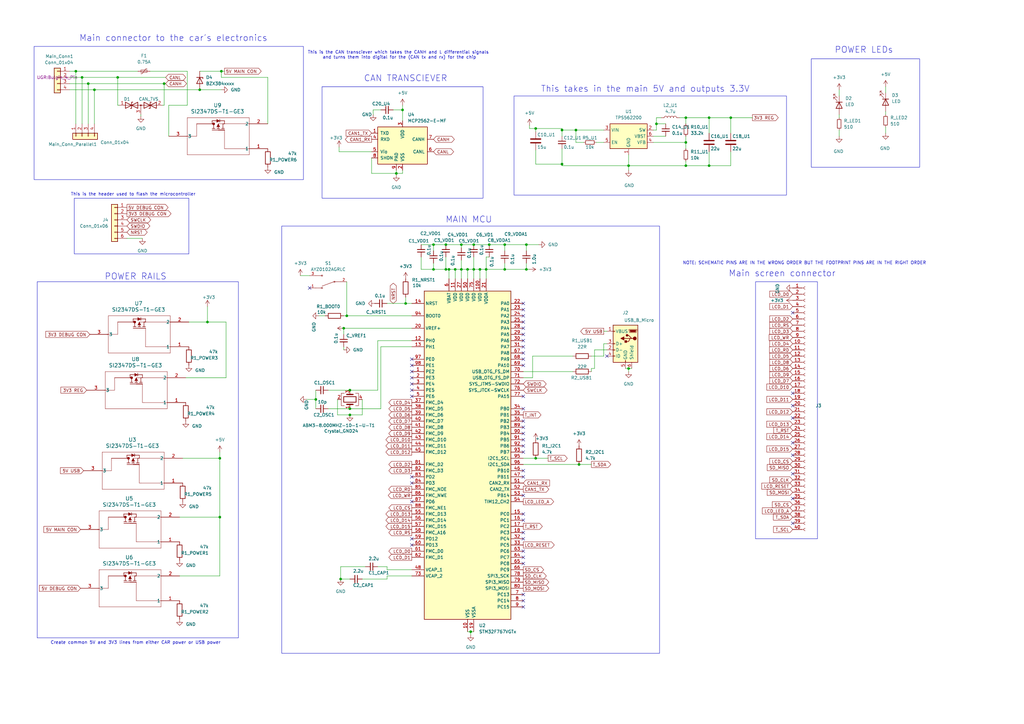
<source format=kicad_sch>
(kicad_sch (version 20250114) (generator "eeschema") (generator_version "9.0")
  (paper "A3")
  (rectangle (start 132.08 35.56) (end 198.12 81.28))
  (rectangle (start 332.74 24.13) (end 377.19 68.58))
  (rectangle (start 210.82 39.37) (end 322.58 80.01))
  (rectangle (start 115.57 92.71) (end 270.51 267.97))
  (rectangle (start 15.24 115.57) (end 97.79 261.62))
  (rectangle (start 309.88 115.57) (end 335.28 220.98))
  (rectangle (start 30.48 81.28) (end 77.47 104.14))
  (rectangle (start 13.97 19.05) (end 124.46 73.66))
  (text "POWER RAILS\n" (at 55.626 113.538 0) (effects (font (size 2.54 2.54))))
  (text "Create common 5V and 3V3 lines from either CAR power or USB power" (at 55.626 263.652 0) (effects (font (size 1.27 1.27))))
  (text "Main screen connector\n" (at 320.802 112.268 0) (effects (font (size 2.54 2.54))))
  (text "POWER LEDs\n" (at 354.33 20.574 0) (effects (font (size 2.54 2.54))))
  (text "MAIN MCU\n" (at 192.278 90.17 0) (effects (font (size 2.54 2.54))))
  (text "This takes in the main 5V and outputs 3.3V" (at 264.668 36.576 0) (effects (font (size 2.54 2.54))))
  (text "Main connector to the car's electronics" (at 71.12 15.748 0) (effects (font (size 2.54 2.54))))
  (text "CAN TRANSCIEVER\n" (at 166.37 32.258 0) (effects (font (size 2.54 2.54))))
  (text "This is the CAN transciever which takes the CANH and L differential signals \nand turns them into digital for the (CAN tx and rx) for the chip" (at 163.83 22.606 0) (effects (font (size 1.27 1.27))))
  (text "This is the header used to flash the microcontroller\n" (at 54.61 79.756 0) (effects (font (size 1.27 1.27))))
  (text "NOTE: SCHEMATIC PINS ARE IN THE WRONG ORDER BUT THE FOOTPRINT PINS ARE IN THE RIGHT ORDER\n" (at 329.946 107.95 0) (effects (font (size 1.27 1.27))))
  (junction (at 290.83 67.945))
  (junction (at 143.51 160.02))
  (junction (at 207.01 100.33))
  (junction (at 257.81 151.13))
  (junction (at 33.655 31.75))
  (junction (at 189.23 100.33))
  (junction (at 182.88 100.33))
  (junction (at 139.7 237.49))
  (junction (at 237.49 190.5))
  (junction (at 281.305 58.42))
  (junction (at 177.8 110.49))
  (junction (at 90.17 212.09))
  (junction (at 219.71 187.96))
  (junction (at 31.115 29.21))
  (junction (at 281.305 48.26))
  (junction (at 143.51 170.18))
  (junction (at 299.72 48.26))
  (junction (at 184.15 110.49))
  (junction (at 165.1 45.085))
  (junction (at 269.24 50.8))
  (junction (at 189.23 110.49))
  (junction (at 38.735 36.83))
  (junction (at 142.24 129.54))
  (junction (at 67.31 34.29))
  (junction (at 48.26 31.75))
  (junction (at 194.31 110.49))
  (junction (at 196.85 110.49))
  (junction (at 186.69 110.49))
  (junction (at 215.9 110.49))
  (junction (at 199.39 110.49))
  (junction (at 230.505 53.34))
  (junction (at 207.01 110.49))
  (junction (at 230.505 67.31))
  (junction (at 81.915 36.83))
  (junction (at 215.9 100.33))
  (junction (at 177.8 100.33))
  (junction (at 140.97 134.62))
  (junction (at 236.22 53.34))
  (junction (at 85.09 132.08))
  (junction (at 129.54 163.83))
  (junction (at 90.805 29.21))
  (junction (at 257.81 67.945))
  (junction (at 200.66 100.33))
  (junction (at 143.51 167.64))
  (junction (at 193.04 259.08))
  (junction (at 162.56 71.12))
  (junction (at 194.31 100.33))
  (junction (at 166.37 124.46))
  (junction (at 281.305 67.945))
  (junction (at 219.71 52.705))
  (junction (at 191.77 110.49))
  (junction (at 290.83 48.26))
  (junction (at 90.17 187.96))
  (junction (at 36.195 34.29))
  (junction (at 182.88 110.49))
  (no_connect (at 168.91 149.86))
  (no_connect (at 214.63 180.34))
  (no_connect (at 214.63 162.56))
  (no_connect (at 214.63 175.26))
  (no_connect (at 214.63 220.98))
  (no_connect (at 214.63 124.46))
  (no_connect (at 168.91 160.02))
  (no_connect (at 168.91 152.4))
  (no_connect (at 214.63 226.06))
  (no_connect (at 214.63 185.42))
  (no_connect (at 214.63 144.78))
  (no_connect (at 214.63 177.8))
  (no_connect (at 168.91 220.98))
  (no_connect (at 214.63 167.64))
  (no_connect (at 168.91 162.56))
  (no_connect (at 214.63 134.62))
  (no_connect (at 214.63 203.2))
  (no_connect (at 325.12 161.29))
  (no_connect (at 325.12 181.61))
  (no_connect (at 214.63 210.82))
  (no_connect (at 214.63 149.86))
  (no_connect (at 168.91 205.74))
  (no_connect (at 214.63 182.88))
  (no_connect (at 325.12 214.63))
  (no_connect (at 168.91 195.58))
  (no_connect (at 214.63 127))
  (no_connect (at 168.91 154.94))
  (no_connect (at 214.63 246.38))
  (no_connect (at 325.12 171.45))
  (no_connect (at 214.63 243.84))
  (no_connect (at 214.63 147.32))
  (no_connect (at 325.12 186.69))
  (no_connect (at 214.63 129.54))
  (no_connect (at 214.63 248.92))
  (no_connect (at 214.63 139.7))
  (no_connect (at 214.63 218.44))
  (no_connect (at 214.63 132.08))
  (no_connect (at 248.92 146.05))
  (no_connect (at 214.63 193.04))
  (no_connect (at 214.63 228.6))
  (no_connect (at 325.12 166.37))
  (no_connect (at 214.63 137.16))
  (no_connect (at 214.63 195.58))
  (no_connect (at 214.63 213.36))
  (no_connect (at 127 118.11))
  (no_connect (at 214.63 172.72))
  (no_connect (at 325.12 204.47))
  (no_connect (at 214.63 231.14))
  (no_connect (at 168.91 223.52))
  (no_connect (at 214.63 142.24))
  (no_connect (at 168.91 157.48))
  (no_connect (at 168.91 147.32))
  (no_connect (at 168.91 198.12))
  (no_connect (at 325.12 128.27))
  (no_connect (at 325.12 194.31))
  (wire (pts (xy 165.1 71.12) (xy 165.1 69.85)))
  (wire (pts (xy 218.44 154.94) (xy 214.63 154.94)))
  (wire (pts (xy 267.97 53.34) (xy 269.24 53.34)))
  (wire (pts (xy 290.83 54.61) (xy 290.83 48.26)))
  (wire (pts (xy 158.75 233.68) (xy 168.91 233.68)))
  (wire (pts (xy 166.37 121.92) (xy 166.37 124.46)))
  (wire (pts (xy 215.9 100.33) (xy 220.98 100.33)))
  (wire (pts (xy 200.66 100.33) (xy 207.01 100.33)))
  (wire (pts (xy 138.43 163.83) (xy 138.43 170.18)))
  (wire (pts (xy 189.23 100.33) (xy 194.31 100.33)))
  (wire (pts (xy 191.77 259.08) (xy 193.04 259.08)))
  (wire (pts (xy 199.39 110.49) (xy 196.85 110.49)))
  (wire (pts (xy 61.595 29.21) (xy 76.835 29.21)))
  (wire (pts (xy 217.17 51.435) (xy 217.17 52.705)))
  (wire (pts (xy 189.23 110.49) (xy 189.23 114.3)))
  (wire (pts (xy 215.9 107.95) (xy 215.9 110.49)))
  (wire (pts (xy 90.805 31.75) (xy 90.805 29.21)))
  (wire (pts (xy 219.71 187.96) (xy 224.79 187.96)))
  (wire (pts (xy 162.56 71.12) (xy 165.1 71.12)))
  (wire (pts (xy 158.75 236.22) (xy 168.91 236.22)))
  (wire (pts (xy 299.72 48.26) (xy 299.72 54.61)))
  (wire (pts (xy 154.94 160.02) (xy 154.94 139.7)))
  (wire (pts (xy 148.59 170.18) (xy 148.59 163.83)))
  (wire (pts (xy 219.71 52.705) (xy 230.505 52.705)))
  (wire (pts (xy 73.66 236.22) (xy 90.17 236.22)))
  (wire (pts (xy 194.31 100.33) (xy 200.66 100.33)))
  (wire (pts (xy 281.305 58.42) (xy 281.305 60.96)))
  (wire (pts (xy 152.4 71.12) (xy 162.56 71.12)))
  (wire (pts (xy 81.915 36.83) (xy 90.805 36.83)))
  (wire (pts (xy 290.83 48.26) (xy 299.72 48.26)))
  (wire (pts (xy 230.505 53.34) (xy 236.22 53.34)))
  (wire (pts (xy 36.195 34.29) (xy 36.195 50.8)))
  (wire (pts (xy 143.51 170.18) (xy 148.59 170.18)))
  (wire (pts (xy 184.15 110.49) (xy 182.88 110.49)))
  (wire (pts (xy 247.65 146.05) (xy 242.57 146.05)))
  (wire (pts (xy 214.63 190.5) (xy 237.49 190.5)))
  (wire (pts (xy 236.22 53.34) (xy 247.65 53.34)))
  (wire (pts (xy 73.66 212.09) (xy 90.17 212.09)))
  (wire (pts (xy 269.24 50.8) (xy 273.05 50.8)))
  (wire (pts (xy 184.15 110.49) (xy 184.15 114.3)))
  (wire (pts (xy 66.675 43.18) (xy 67.31 43.18)))
  (wire (pts (xy 230.505 53.34) (xy 230.505 55.88)))
  (wire (pts (xy 139.7 237.49) (xy 143.51 237.49)))
  (wire (pts (xy 156.21 142.24) (xy 168.91 142.24)))
  (wire (pts (xy 244.475 58.42) (xy 247.65 58.42)))
  (wire (pts (xy 165.1 43.18) (xy 165.1 45.085)))
  (wire (pts (xy 191.77 110.49) (xy 194.31 110.49)))
  (wire (pts (xy 257.81 152.4) (xy 257.81 151.13)))
  (wire (pts (xy 363.22 35.56) (xy 363.22 38.1)))
  (wire (pts (xy 166.37 124.46) (xy 168.91 124.46)))
  (wire (pts (xy 194.31 105.41) (xy 194.31 110.49)))
  (wire (pts (xy 269.24 50.8) (xy 269.24 53.34)))
  (wire (pts (xy 28.575 29.21) (xy 31.115 29.21)))
  (wire (pts (xy 172.72 105.41) (xy 172.72 110.49)))
  (wire (pts (xy 214.63 152.4) (xy 234.95 152.4)))
  (wire (pts (xy 182.88 100.33) (xy 189.23 100.33)))
  (wire (pts (xy 52.07 97.79) (xy 58.42 97.79)))
  (wire (pts (xy 186.69 110.49) (xy 186.69 114.3)))
  (wire (pts (xy 191.77 110.49) (xy 191.77 114.3)))
  (wire (pts (xy 186.69 110.49) (xy 189.23 110.49)))
  (wire (pts (xy 69.215 55.88) (xy 69.215 43.18)))
  (wire (pts (xy 242.57 151.13) (xy 242.57 152.4)))
  (wire (pts (xy 177.8 100.33) (xy 182.88 100.33)))
  (wire (pts (xy 189.23 106.68) (xy 189.23 110.49)))
  (wire (pts (xy 158.75 237.49) (xy 158.75 236.22)))
  (wire (pts (xy 290.83 67.945) (xy 299.72 67.945)))
  (wire (pts (xy 256.54 151.13) (xy 257.81 151.13)))
  (wire (pts (xy 154.94 232.41) (xy 158.75 232.41)))
  (wire (pts (xy 196.85 110.49) (xy 196.85 114.3)))
  (wire (pts (xy 281.305 55.88) (xy 281.305 58.42)))
  (wire (pts (xy 177.8 107.95) (xy 177.8 110.49)))
  (wire (pts (xy 281.305 67.945) (xy 290.83 67.945)))
  (wire (pts (xy 69.215 43.18) (xy 76.835 43.18)))
  (wire (pts (xy 278.765 48.26) (xy 281.305 48.26)))
  (wire (pts (xy 162.56 71.12) (xy 162.56 71.755)))
  (wire (pts (xy 257.81 67.945) (xy 281.305 67.945)))
  (wire (pts (xy 344.17 53.34) (xy 344.17 55.88)))
  (wire (pts (xy 344.17 48.26) (xy 344.17 46.99)))
  (wire (pts (xy 218.44 146.05) (xy 218.44 154.94)))
  (wire (pts (xy 85.09 125.73) (xy 85.09 132.08)))
  (wire (pts (xy 299.72 67.945) (xy 299.72 62.23)))
  (wire (pts (xy 162.56 69.85) (xy 162.56 71.12)))
  (wire (pts (xy 363.22 46.99) (xy 363.22 45.72)))
  (wire (pts (xy 48.26 31.75) (xy 48.26 43.18)))
  (wire (pts (xy 177.8 102.87) (xy 177.8 100.33)))
  (wire (pts (xy 156.21 167.64) (xy 156.21 142.24)))
  (wire (pts (xy 140.97 134.62) (xy 168.91 134.62)))
  (wire (pts (xy 207.01 102.87) (xy 207.01 100.33)))
  (wire (pts (xy 177.8 110.49) (xy 182.88 110.49)))
  (wire (pts (xy 123.19 113.03) (xy 127 113.03)))
  (wire (pts (xy 257.81 67.945) (xy 257.81 69.85)))
  (wire (pts (xy 243.84 151.13) (xy 242.57 151.13)))
  (wire (pts (xy 194.31 110.49) (xy 194.31 114.3)))
  (wire (pts (xy 158.75 232.41) (xy 158.75 233.68)))
  (wire (pts (xy 140.97 137.16) (xy 140.97 134.62)))
  (wire (pts (xy 28.575 31.75) (xy 33.655 31.75)))
  (wire (pts (xy 142.24 115.57) (xy 142.24 129.54)))
  (wire (pts (xy 153.035 45.085) (xy 156.21 45.085)))
  (wire (pts (xy 161.29 45.085) (xy 165.1 45.085)))
  (wire (pts (xy 140.97 142.24) (xy 140.97 143.51)))
  (wire (pts (xy 257.81 151.13) (xy 259.08 151.13)))
  (wire (pts (xy 81.915 29.21) (xy 90.805 29.21)))
  (wire (pts (xy 247.65 135.89) (xy 248.92 135.89)))
  (wire (pts (xy 269.24 50.8) (xy 269.24 48.26)))
  (wire (pts (xy 243.84 151.13) (xy 243.84 143.51)))
  (wire (pts (xy 57.785 46.99) (xy 57.785 47.625)))
  (wire (pts (xy 28.575 36.83) (xy 38.735 36.83)))
  (wire (pts (xy 143.51 160.02) (xy 154.94 160.02)))
  (wire (pts (xy 219.71 67.31) (xy 230.505 67.31)))
  (wire (pts (xy 247.65 140.97) (xy 247.65 146.05)))
  (wire (pts (xy 149.86 232.41) (xy 139.7 232.41)))
  (wire (pts (xy 90.805 29.21) (xy 92.075 29.21)))
  (wire (pts (xy 308.61 48.26) (xy 299.72 48.26)))
  (wire (pts (xy 153.035 46.99) (xy 153.035 45.085)))
  (wire (pts (xy 193.04 259.08) (xy 193.04 260.35)))
  (wire (pts (xy 219.71 52.705) (xy 219.71 53.975)))
  (wire (pts (xy 230.505 60.96) (xy 230.505 67.31)))
  (wire (pts (xy 139.065 62.23) (xy 152.4 62.23)))
  (wire (pts (xy 31.115 29.21) (xy 31.115 50.8)))
  (wire (pts (xy 230.505 52.705) (xy 230.505 53.34)))
  (wire (pts (xy 281.305 66.04) (xy 281.305 67.945)))
  (wire (pts (xy 290.83 62.23) (xy 290.83 67.945)))
  (wire (pts (xy 230.505 67.945) (xy 257.81 67.945)))
  (wire (pts (xy 172.72 100.33) (xy 177.8 100.33)))
  (wire (pts (xy 67.31 43.18) (xy 67.31 34.29)))
  (wire (pts (xy 207.01 110.49) (xy 215.9 110.49)))
  (wire (pts (xy 139.065 60.325) (xy 139.065 62.23)))
  (wire (pts (xy 31.115 29.21) (xy 56.515 29.21)))
  (wire (pts (xy 177.8 110.49) (xy 172.72 110.49)))
  (wire (pts (xy 129.54 160.02) (xy 129.54 163.83)))
  (wire (pts (xy 140.97 129.54) (xy 142.24 129.54)))
  (wire (pts (xy 237.49 190.5) (xy 242.57 190.5)))
  (wire (pts (xy 267.97 55.88) (xy 273.05 55.88)))
  (wire (pts (xy 143.51 167.64) (xy 156.21 167.64)))
  (wire (pts (xy 90.17 187.96) (xy 90.17 212.09)))
  (wire (pts (xy 67.945 34.29) (xy 67.31 34.29)))
  (wire (pts (xy 134.62 160.02) (xy 143.51 160.02)))
  (wire (pts (xy 142.24 129.54) (xy 168.91 129.54)))
  (wire (pts (xy 48.895 43.18) (xy 48.26 43.18)))
  (wire (pts (xy 92.71 132.08) (xy 92.71 154.94)))
  (wire (pts (xy 215.9 110.49) (xy 217.17 110.49)))
  (wire (pts (xy 230.505 67.31) (xy 230.505 67.945)))
  (wire (pts (xy 344.17 36.83) (xy 344.17 39.37)))
  (wire (pts (xy 269.24 48.26) (xy 271.145 48.26)))
  (wire (pts (xy 92.71 154.94) (xy 76.2 154.94)))
  (wire (pts (xy 138.43 170.18) (xy 143.51 170.18)))
  (wire (pts (xy 239.395 58.42) (xy 236.22 58.42)))
  (wire (pts (xy 199.39 105.41) (xy 199.39 110.49)))
  (wire (pts (xy 152.4 64.77) (xy 152.4 71.12)))
  (wire (pts (xy 33.655 31.75) (xy 48.26 31.75)))
  (wire (pts (xy 243.84 143.51) (xy 248.92 143.51)))
  (wire (pts (xy 207.01 107.95) (xy 207.01 110.49)))
  (wire (pts (xy 158.75 124.46) (xy 166.37 124.46)))
  (wire (pts (xy 215.9 102.87) (xy 215.9 100.33)))
  (wire (pts (xy 182.88 105.41) (xy 182.88 110.49)))
  (wire (pts (xy 199.39 110.49) (xy 207.01 110.49)))
  (wire (pts (xy 139.7 232.41) (xy 139.7 237.49)))
  (wire (pts (xy 90.17 212.09) (xy 90.17 236.22)))
  (wire (pts (xy 90.17 185.42) (xy 90.17 187.96)))
  (wire (pts (xy 217.17 52.705) (xy 219.71 52.705)))
  (wire (pts (xy 154.94 139.7) (xy 168.91 139.7)))
  (wire (pts (xy 38.735 50.8) (xy 38.735 36.83)))
  (wire (pts (xy 109.855 31.75) (xy 90.805 31.75)))
  (wire (pts (xy 199.39 110.49) (xy 199.39 114.3)))
  (wire (pts (xy 281.305 48.26) (xy 281.305 50.8)))
  (wire (pts (xy 257.81 63.5) (xy 257.81 67.945)))
  (wire (pts (xy 67.945 31.75) (xy 48.26 31.75)))
  (wire (pts (xy 134.62 167.64) (xy 143.51 167.64)))
  (wire (pts (xy 189.23 110.49) (xy 191.77 110.49)))
  (wire (pts (xy 109.855 50.8) (xy 109.855 31.75)))
  (wire (pts (xy 74.93 187.96) (xy 90.17 187.96)))
  (wire (pts (xy 234.95 146.05) (xy 218.44 146.05)))
  (wire (pts (xy 207.01 100.33) (xy 215.9 100.33)))
  (wire (pts (xy 165.1 45.085) (xy 165.1 49.53)))
  (wire (pts (xy 193.04 259.08) (xy 194.31 259.08)))
  (wire (pts (xy 290.83 48.26) (xy 281.305 48.26)))
  (wire (pts (xy 189.23 101.6) (xy 189.23 100.33)))
  (wire (pts (xy 236.22 58.42) (xy 236.22 53.34)))
  (wire (pts (xy 194.31 110.49) (xy 196.85 110.49)))
  (wire (pts (xy 247.65 140.97) (xy 248.92 140.97)))
  (wire (pts (xy 125.73 163.83) (xy 129.54 163.83)))
  (wire (pts (xy 38.735 36.83) (xy 81.915 36.83)))
  (wire (pts (xy 92.71 132.08) (xy 85.09 132.08)))
  (wire (pts (xy 214.63 187.96) (xy 219.71 187.96)))
  (wire (pts (xy 184.15 110.49) (xy 186.69 110.49)))
  (wire (pts (xy 33.655 31.75) (xy 33.655 50.8)))
  (wire (pts (xy 219.71 61.595) (xy 219.71 67.31)))
  (wire (pts (xy 28.575 34.29) (xy 36.195 34.29)))
  (wire (pts (xy 130.81 129.54) (xy 133.35 129.54)))
  (wire (pts (xy 76.835 43.18) (xy 76.835 29.21)))
  (wire (pts (xy 36.195 34.29) (xy 67.31 34.29)))
  (wire (pts (xy 129.54 163.83) (xy 129.54 167.64)))
  (wire (pts (xy 363.22 52.07) (xy 363.22 54.61)))
  (wire (pts (xy 77.47 132.08) (xy 85.09 132.08)))
  (wire (pts (xy 267.97 58.42) (xy 281.305 58.42)))
  (wire (pts (xy 200.66 105.41) (xy 199.39 105.41)))
  (wire (pts (xy 148.59 237.49) (xy 158.75 237.49)))
  (global_label "LCD_CS" (shape input) (at 325.12 189.23 180) (property "Intersheetrefs" "${INTERSHEET_REFS}" (effects (hide yes))))
  (global_label "T_INT" (shape output) (at 214.63 170.18 0) (property "Intersheetrefs" "${INTERSHEET_REFS}" (effects (hide yes))))
  (global_label "SD_MOSI" (shape input) (at 325.12 201.93 180) (property "Intersheetrefs" "${INTERSHEET_REFS}" (effects (hide yes))))
  (global_label "CAN1_TX" (shape output) (at 214.63 200.66 0) (property "Intersheetrefs" "${INTERSHEET_REFS}" (effects (hide yes))))
  (global_label "LCD_D12" (shape input) (at 325.12 168.91 180) (property "Intersheetrefs" "${INTERSHEET_REFS}" (effects (hide yes))))
  (global_label "LCD_D9" (shape output) (at 168.91 177.8 180) (property "Intersheetrefs" "${INTERSHEET_REFS}" (effects (hide yes))))
  (global_label "LCD_D13" (shape input) (at 325.12 173.99 180) (property "Intersheetrefs" "${INTERSHEET_REFS}" (effects (hide yes))))
  (global_label "LCD_D7" (shape input) (at 325.12 156.21 180) (property "Intersheetrefs" "${INTERSHEET_REFS}" (effects (hide yes))))
  (global_label "LCD_RS" (shape input) (at 325.12 133.35 180) (property "Intersheetrefs" "${INTERSHEET_REFS}" (effects (hide yes))))
  (global_label "LCD_D15" (shape output) (at 168.91 215.9 180) (property "Intersheetrefs" "${INTERSHEET_REFS}" (effects (hide yes))))
  (global_label "T_RST" (shape output) (at 214.63 215.9 0) (property "Intersheetrefs" "${INTERSHEET_REFS}" (effects (hide yes))))
  (global_label "LCD_D4" (shape output) (at 168.91 165.1 180) (property "Intersheetrefs" "${INTERSHEET_REFS}" (effects (hide yes))))
  (global_label "5V DEBUG CON" (shape output) (at 52.07 85.09 0) (property "Intersheetrefs" "${INTERSHEET_REFS}" (effects (hide yes))))
  (global_label "SD_CS" (shape output) (at 214.63 233.68 0) (property "Intersheetrefs" "${INTERSHEET_REFS}" (effects (hide yes))))
  (global_label "LCD_D12" (shape output) (at 168.91 185.42 180) (property "Intersheetrefs" "${INTERSHEET_REFS}" (effects (hide yes))))
  (global_label "LCD_D6" (shape output) (at 168.91 170.18 180) (property "Intersheetrefs" "${INTERSHEET_REFS}" (effects (hide yes))))
  (global_label "SD_CLK" (shape output) (at 214.63 236.22 0) (property "Intersheetrefs" "${INTERSHEET_REFS}" (effects (hide yes))))
  (global_label "T_RST" (shape input) (at 325.12 176.53 180) (property "Intersheetrefs" "${INTERSHEET_REFS}" (effects (hide yes))))
  (global_label "LCD_D13" (shape output) (at 168.91 210.82 180) (property "Intersheetrefs" "${INTERSHEET_REFS}" (effects (hide yes))))
  (global_label "LCD_D0" (shape input) (at 325.12 120.65 180) (property "Intersheetrefs" "${INTERSHEET_REFS}" (effects (hide yes))))
  (global_label "SD_MOSI" (shape output) (at 214.63 241.3 0) (property "Intersheetrefs" "${INTERSHEET_REFS}" (effects (hide yes))))
  (global_label "LCD_RD" (shape output) (at 168.91 200.66 180) (property "Intersheetrefs" "${INTERSHEET_REFS}" (effects (hide yes))))
  (global_label "LCD_RESET" (shape output) (at 214.63 223.52 0) (property "Intersheetrefs" "${INTERSHEET_REFS}" (effects (hide yes))))
  (global_label "SWDIO" (shape bidirectional) (at 52.07 92.71 0) (property "Intersheetrefs" "${INTERSHEET_REFS}" (effects (hide yes))))
  (global_label "LCD_D9" (shape input) (at 325.12 153.67 180) (property "Intersheetrefs" "${INTERSHEET_REFS}" (effects (hide yes))))
  (global_label "5V USB" (shape output) (at 247.65 135.89 180) (property "Intersheetrefs" "${INTERSHEET_REFS}" (effects (hide yes))))
  (global_label "LCD_LED_A" (shape output) (at 214.63 205.74 0) (property "Intersheetrefs" "${INTERSHEET_REFS}" (effects (hide yes))))
  (global_label "LCD_D8" (shape input) (at 325.12 148.59 180) (property "Intersheetrefs" "${INTERSHEET_REFS}" (effects (hide yes))))
  (global_label "T_SDA" (shape output) (at 242.57 190.5 0) (property "Intersheetrefs" "${INTERSHEET_REFS}" (effects (hide yes))))
  (global_label "LCD_D5" (shape output) (at 168.91 167.64 180) (property "Intersheetrefs" "${INTERSHEET_REFS}" (effects (hide yes))))
  (global_label "LCD_D14" (shape output) (at 168.91 213.36 180) (property "Intersheetrefs" "${INTERSHEET_REFS}" (effects (hide yes))))
  (global_label "5V DEBUG CON" (shape input) (at 33.02 241.3 180) (property "Intersheetrefs" "${INTERSHEET_REFS}" (effects (hide yes))))
  (global_label "LCD_LED_A" (shape input) (at 325.12 209.55 180) (property "Intersheetrefs" "${INTERSHEET_REFS}" (effects (hide yes))))
  (global_label "3V3 REG" (shape input) (at 35.56 160.02 180) (property "Intersheetrefs" "${INTERSHEET_REFS}" (effects (hide yes))))
  (global_label "5V MAIN CON" (shape output) (at 92.075 29.21 0) (property "Intersheetrefs" "${INTERSHEET_REFS}" (effects (hide yes))))
  (global_label "LCD_D2" (shape output) (at 168.91 190.5 180) (property "Intersheetrefs" "${INTERSHEET_REFS}" (effects (hide yes))))
  (global_label "CANH" (shape bidirectional) (at 177.8 57.15 0) (property "Intersheetrefs" "${INTERSHEET_REFS}" (effects (hide yes))))
  (global_label "CANH" (shape bidirectional) (at 67.945 34.29 0) (property "Intersheetrefs" "${INTERSHEET_REFS}" (effects (hide yes))))
  (global_label "LCD_D5" (shape input) (at 325.12 146.05 180) (property "Intersheetrefs" "${INTERSHEET_REFS}" (effects (hide yes))))
  (global_label "SD_MISO" (shape input) (at 325.12 191.77 180) (property "Intersheetrefs" "${INTERSHEET_REFS}" (effects (hide yes))))
  (global_label "SD_MISO" (shape output) (at 214.63 238.76 0) (property "Intersheetrefs" "${INTERSHEET_REFS}" (effects (hide yes))))
  (global_label "LCD_D2" (shape input) (at 325.12 130.81 180) (property "Intersheetrefs" "${INTERSHEET_REFS}" (effects (hide yes))))
  (global_label "3V3 DEBUG CON" (shape input) (at 36.83 137.16 180) (property "Intersheetrefs" "${INTERSHEET_REFS}" (effects (hide yes))))
  (global_label "SWDIO" (shape bidirectional) (at 214.63 157.48 0) (property "Intersheetrefs" "${INTERSHEET_REFS}" (effects (hide yes))))
  (global_label "3V3 REG" (shape output) (at 308.61 48.26 0) (property "Intersheetrefs" "${INTERSHEET_REFS}" (effects (hide yes))))
  (global_label "NRST" (shape bidirectional) (at 52.07 95.25 0) (property "Intersheetrefs" "${INTERSHEET_REFS}" (effects (hide yes))))
  (global_label "SD_CLK" (shape input) (at 325.12 196.85 180) (property "Intersheetrefs" "${INTERSHEET_REFS}" (effects (hide yes))))
  (global_label "CAN1_RX" (shape output) (at 152.4 57.15 180) (property "Intersheetrefs" "${INTERSHEET_REFS}" (effects (hide yes))))
  (global_label "SD_CS" (shape input) (at 325.12 207.01 180) (property "Intersheetrefs" "${INTERSHEET_REFS}" (effects (hide yes))))
  (global_label "LCD_D11" (shape output) (at 168.91 182.88 180) (property "Intersheetrefs" "${INTERSHEET_REFS}" (effects (hide yes))))
  (global_label "LCD_D8" (shape output) (at 168.91 175.26 180) (property "Intersheetrefs" "${INTERSHEET_REFS}" (effects (hide yes))))
  (global_label "LCD_D10" (shape output) (at 168.91 180.34 180) (property "Intersheetrefs" "${INTERSHEET_REFS}" (effects (hide yes))))
  (global_label "LCD_CS" (shape output) (at 168.91 208.28 180) (property "Intersheetrefs" "${INTERSHEET_REFS}" (effects (hide yes))))
  (global_label "NRST" (shape bidirectional) (at 161.29 124.46 90) (property "Intersheetrefs" "${INTERSHEET_REFS}" (effects (hide yes))))
  (global_label "T_SCL" (shape input) (at 325.12 217.17 180) (property "Intersheetrefs" "${INTERSHEET_REFS}" (effects (hide yes))))
  (global_label "LCD_D11" (shape input) (at 325.12 163.83 180) (property "Intersheetrefs" "${INTERSHEET_REFS}" (effects (hide yes))))
  (global_label "LCD_D3" (shape output) (at 168.91 193.04 180) (property "Intersheetrefs" "${INTERSHEET_REFS}" (effects (hide yes))))
  (global_label "LCD_D10" (shape input) (at 325.12 158.75 180) (property "Intersheetrefs" "${INTERSHEET_REFS}" (effects (hide yes))))
  (global_label "LCD_D6" (shape input) (at 325.12 151.13 180) (property "Intersheetrefs" "${INTERSHEET_REFS}" (effects (hide yes))))
  (global_label "5V USB" (shape input) (at 34.29 193.04 180) (property "Intersheetrefs" "${INTERSHEET_REFS}" (effects (hide yes))))
  (global_label "LCD_D1" (shape output) (at 168.91 228.6 180) (property "Intersheetrefs" "${INTERSHEET_REFS}" (effects (hide yes))))
  (global_label "LCD_RS" (shape output) (at 168.91 218.44 180) (property "Intersheetrefs" "${INTERSHEET_REFS}" (effects (hide yes))))
  (global_label "LCD_RD" (shape input) (at 325.12 143.51 180) (property "Intersheetrefs" "${INTERSHEET_REFS}" (effects (hide yes))))
  (global_label "LCD_D0" (shape output) (at 168.91 226.06 180) (property "Intersheetrefs" "${INTERSHEET_REFS}" (effects (hide yes))))
  (global_label "CAN1_TX" (shape input) (at 152.4 54.61 180) (property "Intersheetrefs" "${INTERSHEET_REFS}" (effects (hide yes))))
  (global_label "SWCLK" (shape bidirectional) (at 52.07 90.17 0) (property "Intersheetrefs" "${INTERSHEET_REFS}" (effects (hide yes))))
  (global_label "LCD_D7" (shape output) (at 168.91 172.72 180) (property "Intersheetrefs" "${INTERSHEET_REFS}" (effects (hide yes))))
  (global_label "LCD_D3" (shape input) (at 325.12 135.89 180) (property "Intersheetrefs" "${INTERSHEET_REFS}" (effects (hide yes))))
  (global_label "CANL" (shape bidirectional) (at 67.945 31.75 0) (property "Intersheetrefs" "${INTERSHEET_REFS}" (effects (hide yes))))
  (global_label "SWCLK" (shape bidirectional) (at 214.63 160.02 0) (property "Intersheetrefs" "${INTERSHEET_REFS}" (effects (hide yes))))
  (global_label "CAN1_RX" (shape input) (at 214.63 198.12 0) (property "Intersheetrefs" "${INTERSHEET_REFS}" (effects (hide yes))))
  (global_label "LCD_D4" (shape input) (at 325.12 140.97 180) (property "Intersheetrefs" "${INTERSHEET_REFS}" (effects (hide yes))))
  (global_label "CANL" (shape bidirectional) (at 177.8 62.23 0) (property "Intersheetrefs" "${INTERSHEET_REFS}" (effects (hide yes))))
  (global_label "3V3 DEBUG CON" (shape output) (at 52.07 87.63 0) (property "Intersheetrefs" "${INTERSHEET_REFS}" (effects (hide yes))))
  (global_label "5V MAIN CON" (shape input) (at 33.02 217.17 180) (property "Intersheetrefs" "${INTERSHEET_REFS}" (effects (hide yes))))
  (global_label "LCD_D14" (shape input) (at 325.12 179.07 180) (property "Intersheetrefs" "${INTERSHEET_REFS}" (effects (hide yes))))
  (global_label "LCD_WR" (shape output) (at 168.91 203.2 180) (property "Intersheetrefs" "${INTERSHEET_REFS}" (effects (hide yes))))
  (global_label "LCD_D15" (shape input) (at 325.12 184.15 180) (property "Intersheetrefs" "${INTERSHEET_REFS}" (effects (hide yes))))
  (global_label "T_SDA" (shape input) (at 325.12 212.09 180) (property "Intersheetrefs" "${INTERSHEET_REFS}" (effects (hide yes))))
  (global_label "LCD_WR" (shape input) (at 325.12 138.43 180) (property "Intersheetrefs" "${INTERSHEET_REFS}" (effects (hide yes))))
  (global_label "LCD_D1" (shape input) (at 325.12 125.73 180) (property "Intersheetrefs" "${INTERSHEET_REFS}" (effects (hide yes))))
  (global_label "LCD_RESET" (shape input) (at 325.12 199.39 180) (property "Intersheetrefs" "${INTERSHEET_REFS}" (effects (hide yes))))
  (global_label "T_SCL" (shape output) (at 224.79 187.96 0) (property "Intersheetrefs" "${INTERSHEET_REFS}" (effects (hide yes))))
  (symbol (lib_id "Device:R_Small") (at 363.22 49.53 0) (unit 1)
    (property "Reference" "R_LED2" (at 365.125 48.26 0) (effects (justify left)))
    (property "Value" "510" (at 365.125 50.8 0) (effects (justify left)))
    (property "Footprint" "Resistor_SMD:R_0603_1608Metric_Pad0.98x0.95mm_HandSolder" (effects (hide yes)))
  )
  (symbol (lib_id "power:+3.3V") (at 123.19 113.03 0) (unit 1)
    (property "Reference" "#PWR06" (effects (hide yes)))
    (property "Value" "+3V3" (at 123.19 107.95 0))
  )
  (symbol (lib_id "power:GND") (at 193.04 260.35 0) (unit 1)
    (property "Reference" "#PWR021" (effects (hide yes)))
    (property "Value" "GND" (at 193.04 265.43 0))
  )
  (symbol (lib_id "power:GND") (at 76.2 172.72 0) (unit 1)
    (property "Reference" "#PWR017" (effects (hide yes)))
    (property "Value" "GND" (at 78.74 174.752 0) (effects (justify left)))
    (property "Description" "Power symbol creates a global label with name \"GND\" , ground" (effects (hide yes)))
  )
  (symbol (lib_id "Device:Crystal_GND24") (at 143.51 163.83 90) (unit 1)
    (property "Reference" "ABM3-8.000MHZ-10-1-U-T1" (at 138.938 174.498 90))
    (property "Value" "Crystal_GND24" (at 139.954 176.784 90))
    (property "Footprint" "Crystal:Crystal_SMD_Abracon_ABM3B-4Pin_5.0x3.2mm" (effects (hide yes)))
    (property "Datasheet" "https://www.mouser.co.uk/datasheet/2/3/abm3b-1774998.pdf" (effects (hide yes)))
    (property "Description" "Four pin crystal, GND on pins 2 and 4" (effects (hide yes)))
  )
  (symbol (lib_id "power:+3.3V") (at 140.97 134.62 90) (unit 1)
    (property "Reference" "#PWR010" (effects (hide yes)))
    (property "Value" "+3V3" (effects (hide yes)))
  )
  (symbol (lib_id "Device:R") (at 74.93 201.93 0) (unit 1)
    (property "Reference" "R1_POWER5" (at 86.868 202.692 0) (effects (justify right)))
    (property "Value" "47k" (at 86.868 200.152 0) (effects (justify right)))
    (property "Footprint" "Resistor_SMD:R_0603_1608Metric_Pad0.98x0.95mm_HandSolder" (effects (hide yes)))
    (property "Description" "Resistor" (effects (hide yes)))
  )
  (symbol (lib_id "power:GND") (at 153.035 46.99 0) (unit 1)
    (property "Reference" "#PWR018" (effects (hide yes)))
    (property "Value" "GND" (at 150.495 46.99 0))
  )
  (symbol (lib_id "Device:R") (at 77.47 146.05 0) (unit 1)
    (property "Reference" "R1_POWER3" (at 89.408 146.812 0) (effects (justify right)))
    (property "Value" "47k" (at 89.408 144.272 0) (effects (justify right)))
    (property "Footprint" "Resistor_SMD:R_0603_1608Metric_Pad0.98x0.95mm_HandSolder" (effects (hide yes)))
    (property "Description" "Resistor" (effects (hide yes)))
  )
  (symbol (lib_id "Device:C_Small") (at 158.75 45.085 90) (unit 1)
    (property "Reference" "C20_U4" (at 160.02 42.545 90) (effects (justify left)))
    (property "Value" "0.1u" (at 161.29 48.26 90) (effects (justify left)))
    (property "Footprint" "Capacitor_SMD:C_0603_1608Metric_Pad1.08x0.95mm_HandSolder" (effects (hide yes)))
  )
  (symbol (lib_id "power:+5V") (at 363.22 35.56 0) (unit 1)
    (property "Reference" "#PWR037" (effects (hide yes)))
    (property "Value" "+5V" (at 363.22 30.48 0))
  )
  (symbol (lib_id "Device:R") (at 73.66 250.19 0) (unit 1)
    (property "Reference" "R1_POWER2" (at 85.598 250.952 0) (effects (justify right)))
    (property "Value" "47k" (at 85.598 248.412 0) (effects (justify right)))
    (property "Footprint" "Resistor_SMD:R_0603_1608Metric_Pad0.98x0.95mm_HandSolder" (effects (hide yes)))
    (property "Description" "Resistor" (effects (hide yes)))
  )
  (symbol (lib_id "Device:C_Small") (at 273.05 53.34 0) (unit 1)
    (property "Reference" "C14_U1" (at 275.59 52.0762 0) (effects (justify left)))
    (property "Value" "0.1u" (at 275.59 54.6162 0) (effects (justify left)))
    (property "Footprint" "Capacitor_SMD:C_0603_1608Metric_Pad1.08x0.95mm_HandSolder" (effects (hide yes)))
  )
  (symbol (lib_id "Device:R") (at 237.49 186.69 0) (unit 1)
    (property "Reference" "R2_I2C1" (at 240.03 185.4199 0) (effects (justify left)))
    (property "Value" "4.7k" (at 240.03 187.9599 0) (effects (justify left)))
    (property "Footprint" "Resistor_SMD:R_0603_1608Metric_Pad0.98x0.95mm_HandSolder" (effects (hide yes)))
    (property "Description" "Resistor" (effects (hide yes)))
  )
  (symbol (lib_id "Device:R") (at 109.855 64.77 0) (unit 1)
    (property "Reference" "R1_POWER6" (at 121.793 65.532 0) (effects (justify right)))
    (property "Value" "47k" (at 121.793 62.992 0) (effects (justify right)))
    (property "Footprint" "Resistor_SMD:R_0603_1608Metric_Pad0.98x0.95mm_HandSolder" (effects (hide yes)))
    (property "Description" "Resistor" (effects (hide yes)))
  )
  (symbol (lib_id "power:+3.3V") (at 139.065 60.325 0) (unit 1)
    (property "Reference" "#PWR013" (effects (hide yes)))
    (property "Value" "+3V3" (at 137.795 56.515 0))
  )
  (symbol (lib_id "power:GND") (at 130.81 129.54 270) (unit 1)
    (property "Reference" "#PWR032" (effects (hide yes)))
    (property "Value" "GND" (at 128.778 132.08 0) (effects (justify left)))
    (property "Description" "Power symbol creates a global label with name \"GND\" , ground" (effects (hide yes)))
  )
  (symbol (lib_id "Device:C") (at 299.72 58.42 0) (unit 1)
    (property "Reference" "C18_U1" (at 300.355 55.88 0) (effects (justify left)))
    (property "Value" "22u" (at 300.355 60.96 0) (effects (justify left)))
    (property "Footprint" "Capacitor_SMD:C_1210_3225Metric_Pad1.33x2.70mm_HandSolder" (effects (hide yes)))
  )
  (symbol (lib_id "Device:C_Small") (at 172.72 102.87 180) (unit 1)
    (property "Reference" "C1_VDD1" (at 176.022 98.806 0) (effects (justify left)))
    (property "Value" "0.1u" (at 175.895 100.33 90) (effects (justify left)))
    (property "Footprint" "Capacitor_SMD:C_0603_1608Metric_Pad1.08x0.95mm_HandSolder" (effects (hide yes)))
  )
  (symbol (lib_id "power:+3.3V") (at 325.12 123.19 90) (unit 1)
    (property "Reference" "#PWR035" (effects (hide yes)))
    (property "Value" "+3V3" (at 321.31 123.1899 90) (effects (justify left)))
  )
  (symbol (lib_id "power:GND") (at 257.81 69.85 0) (unit 1)
    (property "Reference" "#PWR029" (effects (hide yes)))
    (property "Value" "GND" (at 258.064 76.073 0))
  )
  (symbol (lib_id "Device:R_Small") (at 241.935 58.42 90) (unit 1)
    (property "Reference" "R5_U1" (at 241.935 56.515 90))
    (property "Value" "10k" (at 241.935 60.325 90))
    (property "Footprint" "Resistor_SMD:R_0603_1608Metric_Pad0.98x0.95mm_HandSolder" (effects (hide yes)))
  )
  (symbol (lib_id "power:GND") (at 162.56 71.755 0) (unit 1)
    (property "Reference" "#PWR019" (effects (hide yes)))
    (property "Value" "GND" (at 162.56 76.835 0))
  )
  (symbol (lib_id "Device:C_Small") (at 152.4 232.41 270) (unit 1)
    (property "Reference" "C1_CAP1" (at 151.13 234.95 90) (effects (justify left)))
    (property "Value" "2.2u" (at 151.13 229.108 90) (effects (justify left)))
    (property "Footprint" "Capacitor_SMD:C_0603_1608Metric_Pad1.08x0.95mm_HandSolder" (effects (hide yes)))
  )
  (symbol (lib_id "power:GND") (at 77.47 149.86 0) (unit 1)
    (property "Reference" "#PWR015" (effects (hide yes)))
    (property "Value" "GND" (at 80.01 151.892 0) (effects (justify left)))
    (property "Description" "Power symbol creates a global label with name \"GND\" , ground" (effects (hide yes)))
  )
  (symbol (lib_id "power:GND") (at 73.66 254 0) (unit 1)
    (property "Reference" "#PWR014" (effects (hide yes)))
    (property "Value" "GND" (at 76.2 256.032 0) (effects (justify left)))
    (property "Description" "Power symbol creates a global label with name \"GND\" , ground" (effects (hide yes)))
  )
  (symbol (lib_id "SI2347DS-T1-GE3:SI2347DS-T1-GE3") (at 73.66 246.38 180) (unit 1)
    (property "Reference" "U6" (at 53.0225 228.6 0) (effects (font (size 1.524 1.524))))
    (property "Value" "SI2347DS-T1-GE3" (at 53.0225 231.14 0) (effects (font (size 1.524 1.524))))
    (property "Footprint" "SOT_7DS-T1-GE3_VIS" (effects (hide yes)))
    (property "Datasheet" "https://www.vishay.com/doc?62827" (effects (hide yes)))
  )
  (symbol (lib_id "power:GND") (at 257.81 152.4 0) (unit 1)
    (property "Reference" "#PWR027" (effects (hide yes)))
    (property "Value" "GND" (at 257.81 157.48 0))
    (property "Description" "Power symbol creates a global label with name \"GND\" , ground" (effects (hide yes)))
  )
  (symbol (lib_id "Device:C_Small") (at 215.9 105.41 180) (unit 1)
    (property "Reference" "C9_VDDA1" (at 216.408 96.012 0) (effects (justify left)))
    (property "Value" "1.0u" (at 219.075 104.14 90) (effects (justify left)))
    (property "Footprint" "Capacitor_SMD:C_0603_1608Metric_Pad1.08x0.95mm_HandSolder" (effects (hide yes)))
  )
  (symbol (lib_id "power:GND") (at 143.51 170.18 0) (unit 1)
    (property "Reference" "#PWR012" (effects (hide yes)))
    (property "Value" "GND" (effects (hide yes)))
    (property "Description" "Power symbol creates a global label with name \"GND\" , ground" (effects (hide yes)))
  )
  (symbol (lib_id "SI2347DS-T1-GE3:SI2347DS-T1-GE3") (at 76.2 165.1 180) (unit 1)
    (property "Reference" "U8" (at 55.5625 147.32 0) (effects (font (size 1.524 1.524))))
    (property "Value" "SI2347DS-T1-GE3" (at 55.5625 149.86 0) (effects (font (size 1.524 1.524))))
    (property "Footprint" "SOT_7DS-T1-GE3_VIS" (effects (hide yes)))
    (property "Datasheet" "https://www.vishay.com/doc?62827" (effects (hide yes)))
  )
  (symbol (lib_id "power:GND") (at 363.22 54.61 0) (mirror y) (unit 1)
    (property "Reference" "#PWR038" (effects (hide yes)))
    (property "Value" "GND" (at 362.966 60.833 0))
  )
  (symbol (lib_id "Device:L") (at 274.955 48.26 90) (unit 1)
    (property "Reference" "L2_U1" (at 274.955 43.18 90))
    (property "Value" "4.7u" (at 274.955 45.72 90))
    (property "Footprint" "Inductor_SMD:L_1206_3216Metric_Pad1.42x1.75mm_HandSolder" (effects (hide yes)))
  )
  (symbol (lib_id "Device:C_Small") (at 146.05 237.49 270) (unit 1)
    (property "Reference" "C2_CAP1" (at 144.78 240.03 90) (effects (justify left)))
    (property "Value" "2.2u" (at 144.78 234.188 90) (effects (justify left)))
    (property "Footprint" "Capacitor_SMD:C_0603_1608Metric_Pad1.08x0.95mm_HandSolder" (effects (hide yes)))
  )
  (symbol (lib_id "SI2347DS-T1-GE3:SI2347DS-T1-GE3") (at 73.66 222.25 180) (unit 1)
    (property "Reference" "U5" (at 53.0225 204.47 0) (effects (font (size 1.524 1.524))))
    (property "Value" "SI2347DS-T1-GE3" (at 53.0225 207.01 0) (effects (font (size 1.524 1.524))))
    (property "Footprint" "SOT_7DS-T1-GE3_VIS" (effects (hide yes)))
    (property "Datasheet" "https://www.vishay.com/doc?62827" (effects (hide yes)))
  )
  (symbol (lib_id "power:+3.3V") (at 237.49 182.88 0) (unit 1)
    (property "Reference" "#PWR026" (effects (hide yes)))
    (property "Value" "+3V3" (at 237.49 177.8 0))
  )
  (symbol (lib_id "Connector_Generic:Conn_01x06") (at 46.99 90.17 0) (mirror y) (unit 1)
    (property "Reference" "J4" (at 44.45 90.1699 0) (effects (justify left)))
    (property "Value" "Conn_01x06" (at 44.45 92.7099 0) (effects (justify left)))
    (property "Footprint" "Connector_PinHeader_2.54mm:PinHeader_1x06_P2.54mm_Vertical" (effects (hide yes)))
    (property "Description" "Generic connector, single row, 01x06, script generated (kicad-library-utils/schlib/autogen/connector/)" (effects (hide yes)))
  )
  (symbol (lib_id "Interface_CAN_LIN:MCP2562-E-MF") (at 165.1 59.69 0) (unit 1)
    (property "Reference" "U4" (at 167.2433 46.99 0) (effects (justify left)))
    (property "Value" "MCP2562-E-MF" (at 167.2433 49.53 0) (effects (justify left)))
    (property "Footprint" "Package_SO:SOIC-8_3.9x4.9mm_P1.27mm" (effects (hide yes)))
    (property "Datasheet" "http://ww1.microchip.com/downloads/en/DeviceDoc/25167A.pdf" (effects (hide yes)))
  )
  (symbol (lib_id "power:GND") (at 153.67 124.46 270) (unit 1)
    (property "Reference" "#PWR016" (effects (hide yes)))
    (property "Value" "GND" (at 149.86 124.4601 90) (effects (justify right)))
    (property "Description" "Power symbol creates a global label with name \"GND\" , ground" (effects (hide yes)))
  )
  (symbol (lib_id "power:GND") (at 109.855 68.58 0) (unit 1)
    (property "Reference" "#PWR028" (effects (hide yes)))
    (property "Value" "GND" (at 112.395 70.612 0) (effects (justify left)))
    (property "Description" "Power symbol creates a global label with name \"GND\" , ground" (effects (hide yes)))
  )
  (symbol (lib_id "AYZ0102AGRLC:AYZ0102AGRLC") (at 134.62 115.57 180) (unit 1)
    (property "Reference" "S1" (at 134.62 107.95 0))
    (property "Value" "AYZ0102AGRLC" (at 134.62 110.49 0))
    (property "Footprint" "AYZ0102AGRLC:SW_AYZ0102AGRLC" (effects (hide yes)))
    (property "MF" "C&K" (effects (hide yes)))
    (property "Description_1" "Switch,Slide,SPDT,ON-ON,Side-Slide,100mA,12VDC,Surface Mnt,R/A,Gull Wing Term | C&K AYZ0102AGRLC" (effects (hide yes)))
    (property "Package" "None" (effects (hide yes)))
    (property "Price" "None" (effects (hide yes)))
    (property "Check_prices" "https://www.snapeda.com/parts/AYZ0102AGRLC/C%2526K/view-part/?ref=eda" (effects (hide yes)))
    (property "STANDARD" "Manufacturer Recommendations" (effects (hide yes)))
    (property "SnapEDA_Link" "https://www.snapeda.com/parts/AYZ0102AGRLC/C%2526K/view-part/?ref=snap" (effects (hide yes)))
    (property "MP" "AYZ0102AGRLC" (effects (hide yes)))
    (property "Availability" "In Stock" (effects (hide yes)))
    (property "MANUFACTURER" "C&K" (effects (hide yes)))
  )
  (symbol (lib_id "power:+5V") (at 90.17 185.42 0) (unit 1)
    (property "Reference" "#PWR033" (effects (hide yes)))
    (property "Value" "+5V" (at 90.17 180.34 0))
  )
  (symbol (lib_id "Device:R") (at 219.71 184.15 0) (unit 1)
    (property "Reference" "R1_I2C1" (at 222.25 182.8799 0) (effects (justify left)))
    (property "Value" "4.7k" (at 222.25 185.4199 0) (effects (justify left)))
    (property "Footprint" "Resistor_SMD:R_0603_1608Metric_Pad0.98x0.95mm_HandSolder" (effects (hide yes)))
    (property "Description" "Resistor" (effects (hide yes)))
  )
  (symbol (lib_id "power:+5V") (at 165.1 43.18 0) (unit 1)
    (property "Reference" "#PWR020" (effects (hide yes)))
    (property "Value" "+5V" (at 165.1 38.1 0))
  )
  (symbol (lib_id "power:+3.3V") (at 217.17 110.49 270) (unit 1)
    (property "Reference" "#PWR022" (effects (hide yes)))
    (property "Value" "+3V3" (at 220.98 110.4899 90) (effects (justify left)))
  )
  (symbol (lib_id "Device:C_Small") (at 200.66 102.87 180) (unit 1)
    (property "Reference" "C6_VD1" (at 202.438 96.266 0) (effects (justify left)))
    (property "Value" "0.1u" (at 201.676 105.156 90) (effects (justify left)))
    (property "Footprint" "Capacitor_SMD:C_0603_1608Metric_Pad1.08x0.95mm_HandSolder" (effects (hide yes)))
  )
  (symbol (lib_id "SI2347DS-T1-GE3:SI2347DS-T1-GE3") (at 77.47 142.24 180) (unit 1)
    (property "Reference" "U7" (at 56.8325 124.46 0) (effects (font (size 1.524 1.524))))
    (property "Value" "SI2347DS-T1-GE3" (at 56.8325 127 0) (effects (font (size 1.524 1.524))))
    (property "Footprint" "SOT_7DS-T1-GE3_VIS" (effects (hide yes)))
    (property "Datasheet" "https://www.vishay.com/doc?62827" (effects (hide yes)))
  )
  (symbol (lib_id "power:+3.3V") (at 166.37 114.3 0) (unit 1)
    (property "Reference" "#PWR031" (effects (hide yes)))
    (property "Value" "+3V3" (at 166.37 109.22 0))
  )
  (symbol (lib_id "power:GND") (at 344.17 55.88 0) (mirror y) (unit 1)
    (property "Reference" "#PWR036" (effects (hide yes)))
    (property "Value" "GND" (at 343.916 62.103 0))
  )
  (symbol (lib_id "Device:Polyfuse_Small") (at 59.055 29.21 90) (unit 1)
    (property "Reference" "F1" (at 59.055 22.86 90))
    (property "Value" "0.75A" (at 59.055 25.4 90))
    (property "Footprint" "Fuse:Fuse_1812_4532Metric_Pad1.30x3.40mm_HandSolder" (effects (hide yes)))
    (property "Manufacturer Part No." "1206L075/16WR" (effects (hide yes)))
    (property "Order Code" "Farnell 2786572" (effects (hide yes)))
  )
  (symbol (lib_id "Device:C_Small") (at 156.21 124.46 270) (unit 1)
    (property "Reference" "C_NRST1" (at 150.114 128.016 90) (effects (justify left)))
    (property "Value" "0.1u" (at 153.67 121.285 90) (effects (justify left)))
    (property "Footprint" "Capacitor_SMD:C_0603_1608Metric_Pad1.08x0.95mm_HandSolder" (effects (hide yes)))
  )
  (symbol (lib_id "Device:LED") (at 363.22 41.91 270) (unit 1)
    (property "Reference" "D3" (at 365.76 39.0524 90) (effects (justify left)))
    (property "Value" "LED" (at 365.76 41.5924 90) (effects (justify left)))
    (property "Footprint" "Connector_PinHeader_2.54mm:PinHeader_1x02_P2.54mm_Vertical" (effects (hide yes)))
    (property "Description" "Light emitting diode" (effects (hide yes)))
    (property "Sim.Pins" "1=K 2=A" (effects (hide yes)))
  )
  (symbol (lib_id "MCU_ST_STM32F7:STM32F767VGTx") (at 191.77 187.96 0) (unit 1)
    (property "Reference" "U2" (at 196.4533 256.54 0) (effects (justify left)))
    (property "Value" "STM32F767VGTx" (at 196.4533 259.08 0) (effects (justify left)))
    (property "Footprint" "Package_QFP:LQFP-100_14x14mm_P0.5mm" (effects (hide yes)))
    (property "Datasheet" "https://www.st.com/resource/en/datasheet/stm32f767vg.pdf" (effects (hide yes)))
    (property "Description" "STMicroelectronics Arm Cortex-M7 MCU, 1024KB flash, 512KB RAM, 216 MHz, 1.7-3.6V, 82 GPIO, LQFP100" (effects (hide yes)))
    (pin "80" (alternate "SPI3_MOSI"))
    (pin "37" (alternate "FMC_D4"))
    (pin "38" (alternate "FMC_D5"))
    (pin "39" (alternate "FMC_D6"))
    (pin "40" (alternate "FMC_D7"))
    (pin "41" (alternate "FMC_D8"))
    (pin "42" (alternate "FMC_D9"))
    (pin "43" (alternate "FMC_D10"))
    (pin "44" (alternate "FMC_D11"))
    (pin "45" (alternate "FMC_D12"))
    (pin "81" (alternate "FMC_D2"))
    (pin "82" (alternate "FMC_D3"))
    (pin "85" (alternate "FMC_NOE"))
    (pin "86" (alternate "FMC_NWE"))
    (pin "88" (alternate "FMC_NE1"))
    (pin "55" (alternate "FMC_D13"))
    (pin "56" (alternate "FMC_D14"))
    (pin "57" (alternate "FMC_D15"))
    (pin "58" (alternate "FMC_A16"))
    (pin "61" (alternate "FMC_D0"))
    (pin "62" (alternate "FMC_D1"))
    (pin "70" (alternate "USB_OTG_FS_DM"))
    (pin "71" (alternate "USB_OTG_FS_DP"))
    (pin "72" (alternate "SYS_JTMS-SWDIO"))
    (pin "76" (alternate "SYS_JTCK-SWCLK"))
    (pin "95" (alternate "I2C1_SCL"))
    (pin "96" (alternate "I2C1_SDA"))
    (pin "51" (alternate "CAN2_RX"))
    (pin "52" (alternate "CAN2_TX"))
    (pin "54" (alternate "TIM12_CH2"))
    (pin "78" (alternate "SPI3_SCK"))
    (pin "79" (alternate "SPI3_MISO"))
  )
  (symbol (lib_id "power:GND") (at 325.12 118.11 270) (unit 1)
    (property "Reference" "#PWR034" (effects (hide yes)))
    (property "Value" "GND" (at 318.897 118.364 0))
  )
  (symbol (lib_id "Device:R") (at 137.16 129.54 270) (unit 1)
    (property "Reference" "R1_BOOT0" (at 129.794 125.73 90) (effects (justify left)))
    (property "Value" "10k" (at 130.048 128.016 90) (effects (justify left)))
    (property "Footprint" "Resistor_SMD:R_0603_1608Metric_Pad0.98x0.95mm_HandSolder" (effects (hide yes)))
    (property "Description" "Resistor" (effects (hide yes)))
  )
  (symbol (lib_id "Device:R_Small") (at 344.17 50.8 0) (unit 1)
    (property "Reference" "R_LED1" (at 346.075 49.53 0) (effects (justify left)))
    (property "Value" "510" (at 346.075 52.07 0) (effects (justify left)))
    (property "Footprint" "Resistor_SMD:R_0603_1608Metric_Pad0.98x0.95mm_HandSolder" (effects (hide yes)))
  )
  (symbol (lib_id "power:GND") (at 57.785 47.625 0) (unit 1)
    (property "Reference" "#PWR04" (effects (hide yes)))
    (property "Value" "GND" (at 57.785 52.705 0))
  )
  (symbol (lib_id "Device:R") (at 166.37 118.11 180) (unit 1)
    (property "Reference" "R1_NRST1" (at 168.91 114.808 0) (effects (justify right)))
    (property "Value" "10k" (at 169.164 117.094 0) (effects (justify right)))
    (property "Footprint" "Resistor_SMD:R_0603_1608Metric_Pad0.98x0.95mm_HandSolder" (effects (hide yes)))
    (property "Description" "Resistor" (effects (hide yes)))
  )
  (symbol (lib_id "power:+3.3V") (at 219.71 180.34 0) (unit 1)
    (property "Reference" "#PWR023" (effects (hide yes)))
    (property "Value" "+3V3" (at 222.25 179.832 0))
  )
  (symbol (lib_id "power:GND") (at 90.805 36.83 90) (unit 1)
    (property "Reference" "#PWR05" (effects (hide yes)))
    (property "Value" "GND" (at 94.615 36.8299 90) (effects (justify right)))
  )
  (symbol (lib_id "power:GND") (at 140.97 143.51 90) (unit 1)
    (property "Reference" "#PWR011" (effects (hide yes)))
    (property "Value" "GND" (at 144.78 143.5099 90) (effects (justify right)))
    (property "Description" "Power symbol creates a global label with name \"GND\" , ground" (effects (hide yes)))
  )
  (symbol (lib_id "Device:C_Small") (at 132.08 167.64 270) (unit 1)
    (property "Reference" "C2_OSC1" (at 128.524 170.18 90) (effects (justify left)))
    (property "Value" "10p" (at 130.302 164.846 90) (effects (justify left)))
    (property "Footprint" "Capacitor_SMD:C_0603_1608Metric_Pad1.08x0.95mm_HandSolder" (effects (hide yes)))
  )
  (symbol (lib_id "Device:C_Small") (at 132.08 160.02 270) (unit 1)
    (property "Reference" "C1_OSC1" (at 128.778 156.972 90) (effects (justify left)))
    (property "Value" "10p" (effects (hide yes)))
    (property "Footprint" "Capacitor_SMD:C_0603_1608Metric_Pad1.08x0.95mm_HandSolder" (effects (hide yes)))
  )
  (symbol (lib_id "Connector_Generic:Conn_01x04") (at 33.655 55.88 90) (mirror x) (unit 1)
    (property "Reference" "Main_Conn_Parallel1" (at 39.751 59.182 90) (effects (justify left)))
    (property "Value" "Conn_01x04" (at 52.959 58.42 90) (effects (justify left)))
    (property "Footprint" "Connector_PinHeader_2.54mm:PinHeader_1x04_P2.54mm_Vertical" (effects (hide yes)))
    (property "Description" "Generic connector, single row, 01x04, script generated (kicad-library-utils/schlib/autogen/connector/)" (effects (hide yes)))
  )
  (symbol (lib_id "Device:C_Small") (at 207.01 105.41 180) (unit 1)
    (property "Reference" "C8_VDDA1" (at 209.55 98.552 0) (effects (justify left)))
    (property "Value" "0.1u" (at 210.185 104.14 90) (effects (justify left)))
    (property "Footprint" "Capacitor_SMD:C_0603_1608Metric_Pad1.08x0.95mm_HandSolder" (effects (hide yes)))
  )
  (symbol (lib_id "power:GND") (at 58.42 97.79 0) (unit 1)
    (property "Reference" "#PWR03" (effects (hide yes)))
    (property "Value" "GND" (at 58.42 102.87 0))
  )
  (symbol (lib_id "Device:R") (at 238.76 152.4 90) (unit 1)
    (property "Reference" "R2_USB1" (at 238.506 154.94 90))
    (property "Value" "22R" (at 238.76 150.368 90))
    (property "Footprint" "Resistor_SMD:R_0603_1608Metric_Pad0.98x0.95mm_HandSolder" (effects (hide yes)))
    (property "Description" "Resistor" (effects (hide yes)))
  )
  (symbol (lib_id "Device:C_Small") (at 230.505 58.42 0) (unit 1)
    (property "Reference" "C12_U1" (at 231.14 56.515 0) (effects (justify left)))
    (property "Value" "0.1u" (at 231.14 60.325 0) (effects (justify left)))
    (property "Footprint" "Capacitor_SMD:C_0603_1608Metric_Pad1.08x0.95mm_HandSolder" (effects (hide yes)))
  )
  (symbol (lib_id "power:GND") (at 74.93 205.74 0) (unit 1)
    (property "Reference" "#PWR01" (effects (hide yes)))
    (property "Value" "GND" (at 77.47 207.772 0) (effects (justify left)))
    (property "Description" "Power symbol creates a global label with name \"GND\" , ground" (effects (hide yes)))
  )
  (symbol (lib_id "SI2347DS-T1-GE3:SI2347DS-T1-GE3") (at 74.93 198.12 180) (unit 1)
    (property "Reference" "U3" (at 54.2925 180.34 0) (effects (font (size 1.524 1.524))))
    (property "Value" "SI2347DS-T1-GE3" (at 54.2925 182.88 0) (effects (font (size 1.524 1.524))))
    (property "Footprint" "SOT_7DS-T1-GE3_VIS" (effects (hide yes)))
    (property "Datasheet" "https://www.vishay.com/doc?62827" (effects (hide yes)))
  )
  (symbol (lib_id "Connector:Conn_01x40_Socket") (at 330.2 166.37 0) (unit 1)
    (property "Reference" "J3" (at 334.518 166.37 0) (effects (justify left)))
    (property "Value" "Conn_02x20_Socket" (effects (hide yes)))
    (property "Footprint" "Connector_PinSocket_2.54mm:PinSocket_2x20_P2.54mm_Vertical" (effects (hide yes)))
    (property "Description" "Generic connector, double row" (effects (hide yes)))
  )
  (symbol (lib_id "Regulator_Switching:TPS562200") (at 257.81 55.88 0) (unit 1)
    (property "Reference" "U1" (at 257.81 45.72 0))
    (property "Value" "TPS562200" (at 257.81 48.26 0))
    (property "Footprint" "Package_TO_SOT_SMD:SOT-23-6" (effects (hide yes)))
    (property "Datasheet" "http://www.ti.com/lit/ds/symlink/tps563200.pdf" (effects (hide yes)))
  )
  (symbol (lib_id "Device:R") (at 76.2 168.91 0) (unit 1)
    (property "Reference" "R1_POWER4" (at 88.138 169.672 0) (effects (justify right)))
    (property "Value" "47k" (at 88.138 167.132 0) (effects (justify right)))
    (property "Footprint" "Resistor_SMD:R_0603_1608Metric_Pad0.98x0.95mm_HandSolder" (effects (hide yes)))
    (property "Description" "Resistor" (effects (hide yes)))
  )
  (symbol (lib_id "power:GND") (at 220.98 100.33 90) (unit 1)
    (property "Reference" "#PWR025" (effects (hide yes)))
    (property "Value" "GND" (at 224.79 100.3299 90) (effects (justify right)))
    (property "Description" "Power symbol creates a global label with name \"GND\" , ground" (effects (hide yes)))
  )
  (symbol (lib_id "Connector_Generic:Conn_01x04") (at 23.495 31.75 0) (mirror y) (unit 1)
    (property "Reference" "Main_Conn1" (at 30.099 23.114 0) (effects (justify left)))
    (property "Value" "Conn_01x04" (at 30.099 25.654 0) (effects (justify left)))
    (property "Footprint" "UGR:Bulgin_4_Pin" (at 23.495 31.75 0))
    (property "Description" "Generic connector, single row, 01x04, script generated (kicad-library-utils/schlib/autogen/connector/)" (effects (hide yes)))
  )
  (symbol (lib_id "SI2347DS-T1-GE3:SI2347DS-T1-GE3") (at 109.855 60.96 180) (unit 1)
    (property "Reference" "U9" (at 89.2175 43.18 0) (effects (font (size 1.524 1.524))))
    (property "Value" "SI2347DS-T1-GE3" (at 89.2175 45.72 0) (effects (font (size 1.524 1.524))))
    (property "Footprint" "SOT_7DS-T1-GE3_VIS" (effects (hide yes)))
    (property "Datasheet" "https://www.vishay.com/doc?62827" (effects (hide yes)))
  )
  (symbol (lib_id "Device:C_Small") (at 177.8 105.41 180) (unit 1)
    (property "Reference" "C2_VDD1" (at 180.848 95.758 0) (effects (justify left)))
    (property "Value" "0.1u" (at 180.975 102.87 90) (effects (justify left)))
    (property "Footprint" "Capacitor_SMD:C_0603_1608Metric_Pad1.08x0.95mm_HandSolder" (effects (hide yes)))
  )
  (symbol (lib_id "Device:R_Small") (at 281.305 63.5 0) (unit 1)
    (property "Reference" "R11_U1" (at 283.21 62.23 0) (effects (justify left)))
    (property "Value" "10k" (at 283.21 64.77 0) (effects (justify left)))
    (property "Footprint" "Resistor_SMD:R_0603_1608Metric_Pad0.98x0.95mm_HandSolder" (effects (hide yes)))
  )
  (symbol (lib_id "Device:C_Small") (at 182.88 102.87 180) (unit 1)
    (property "Reference" "C3_VDD1" (at 186.436 98.552 0) (effects (justify left)))
    (property "Value" "0.1u" (at 185.674 104.648 90) (effects (justify left)))
    (property "Footprint" "Capacitor_SMD:C_0603_1608Metric_Pad1.08x0.95mm_HandSolder" (effects (hide yes)))
  )
  (symbol (lib_id "power:GND") (at 139.7 237.49 0) (unit 1)
    (property "Reference" "#PWR09" (effects (hide yes)))
    (property "Value" "GND" (at 139.7 242.57 0))
    (property "Description" "Power symbol creates a global label with name \"GND\" , ground" (effects (hide yes)))
  )
  (symbol (lib_id "power:GND") (at 125.73 163.83 270) (unit 1)
    (property "Reference" "#PWR07" (effects (hide yes)))
    (property "Value" "GND" (at 125.73 166.116 0))
    (property "Description" "Power symbol creates a global label with name \"GND\" , ground" (effects (hide yes)))
  )
  (symbol (lib_id "Diode:BZX384xxxx") (at 81.915 33.02 270) (unit 1)
    (property "Reference" "D4" (at 84.455 31.7499 90) (effects (justify left)))
    (property "Value" "BZX384xxxx" (at 84.455 34.2899 90) (effects (justify left)))
    (property "Footprint" "Diode_SMD:D_SOD-323" (effects (hide yes)))
    (property "Datasheet" "https://www.vishay.com/docs/85764/bzx384.pdf" (effects (hide yes)))
    (property "Description" "300mW Zener Diode, SOD-323" (effects (hide yes)))
  )
  (symbol (lib_id "power:GND") (at 73.66 229.87 0) (unit 1)
    (property "Reference" "#PWR02" (effects (hide yes)))
    (property "Value" "GND" (at 76.2 231.902 0) (effects (justify left)))
    (property "Description" "Power symbol creates a global label with name \"GND\" , ground" (effects (hide yes)))
  )
  (symbol (lib_id "power:+3.3V") (at 344.17 36.83 0) (mirror y) (unit 1)
    (property "Reference" "#PWR08" (effects (hide yes)))
    (property "Value" "+3V3" (at 344.17 31.75 0))
  )
  (symbol (lib_id "Device:C_Small") (at 189.23 104.14 180) (unit 1)
    (property "Reference" "C4_VDD1" (at 192.024 96.266 0) (effects (justify left)))
    (property "Value" "0.1u" (at 192.405 101.6 90) (effects (justify left)))
    (property "Footprint" "Capacitor_SMD:C_0603_1608Metric_Pad1.08x0.95mm_HandSolder" (effects (hide yes)))
  )
  (symbol (lib_id "Device:R") (at 238.76 146.05 90) (unit 1)
    (property "Reference" "R1_USB1" (at 238.76 139.7 90))
    (property "Value" "22R" (at 238.76 142.24 90))
    (property "Footprint" "Resistor_SMD:R_0603_1608Metric_Pad0.98x0.95mm_HandSolder" (effects (hide yes)))
    (property "Description" "Resistor" (effects (hide yes)))
  )
  (symbol (lib_id "Connector:USB_B_Micro") (at 256.54 140.97 0) (mirror y) (unit 1)
    (property "Reference" "J2" (at 256.54 128.27 0))
    (property "Value" "USB_B_Micro" (at 262.128 131.318 0))
    (property "Footprint" "Connector_USB:USB_Micro-B_Wuerth_629105150521" (effects (hide yes)))
    (property "Description" "USB Micro Type B connector" (effects (hide yes)))
  )
  (symbol (lib_id "power:+5V") (at 217.17 51.435 0) (unit 1)
    (property "Reference" "#PWR024" (effects (hide yes)))
    (property "Value" "+5V" (at 217.17 46.355 0))
  )
  (symbol (lib_id "Device:R") (at 73.66 226.06 0) (unit 1)
    (property "Reference" "R1_POWER1" (at 85.598 226.822 0) (effects (justify right)))
    (property "Value" "47k" (at 85.598 224.282 0) (effects (justify right)))
    (property "Footprint" "Resistor_SMD:R_0603_1608Metric_Pad0.98x0.95mm_HandSolder" (effects (hide yes)))
    (property "Description" "Resistor" (effects (hide yes)))
  )
  (symbol (lib_id "Device:D_TVS_Dual_AAC") (at 57.785 43.18 0) (unit 1)
    (property "Reference" "D1" (at 52.07 40.64 0))
    (property "Value" "CAN_TVS" (at 60.96 40.64 0))
    (property "Footprint" "Package_TO_SOT_SMD:SOT-23" (effects (hide yes)))
    (property "Datasheet" "https://www.onsemi.com/pdf/datasheet/nup2105l-d.pdf" (effects (hide yes)))
    (property "Manufacturer Part No." "SZNUP2105L" (effects (hide yes)))
    (property "Note" "ALT: CDSOT23-T24CAN , uClamp2492SQ" (effects (hide yes)))
    (property "Order Code" "Farnell 2533287" (effects (hide yes)))
  )
  (symbol (lib_id "Device:C_Small") (at 194.31 102.87 180) (unit 1)
    (property "Reference" "C5_VDD1" (at 196.596 98.806 0) (effects (justify left)))
    (property "Value" "0.1u" (at 197.485 100.33 90) (effects (justify left)))
    (property "Footprint" "Capacitor_SMD:C_0603_1608Metric_Pad1.08x0.95mm_HandSolder" (effects (hide yes)))
  )
  (symbol (lib_id "power:+3.3V") (at 85.09 125.73 0) (unit 1)
    (property "Reference" "#PWR030" (effects (hide yes)))
    (property "Value" "+3V3" (at 85.598 121.92 0))
  )
  (symbol (lib_id "Device:C") (at 219.71 57.785 0) (unit 1)
    (property "Reference" "C10_U1" (at 220.345 55.245 0) (effects (justify left)))
    (property "Value" "15u" (at 220.345 60.325 0) (effects (justify left)))
    (property "Footprint" "Capacitor_SMD:C_1210_3225Metric_Pad1.33x2.70mm_HandSolder" (effects (hide yes)))
  )
  (symbol (lib_id "Device:C_Small") (at 140.97 139.7 0) (unit 1)
    (property "Reference" "C_VREF1" (at 141.986 137.668 0) (effects (justify left)))
    (property "Value" "0.1u" (at 137.795 140.97 90) (effects (justify left)))
    (property "Footprint" "Capacitor_SMD:C_0603_1608Metric_Pad1.08x0.95mm_HandSolder" (effects (hide yes)))
  )
  (symbol (lib_id "Device:LED") (at 344.17 43.18 270) (unit 1)
    (property "Reference" "D2" (at 346.71 40.3224 90) (effects (justify left)))
    (property "Value" "LED" (at 346.71 42.8624 90) (effects (justify left)))
    (property "Footprint" "Connector_PinHeader_2.54mm:PinHeader_1x02_P2.54mm_Vertical" (effects (hide yes)))
    (property "Description" "Light emitting diode" (effects (hide yes)))
    (property "Sim.Pins" "1=K 2=A" (effects (hide yes)))
  )
  (symbol (lib_id "Device:R_Small") (at 281.305 53.34 0) (unit 1)
    (property "Reference" "R10_U1" (at 283.21 52.07 0) (effects (justify left)))
    (property "Value" "33.2k" (at 283.21 54.61 0) (effects (justify left)))
    (property "Footprint" "Resistor_SMD:R_0603_1608Metric_Pad0.98x0.95mm_HandSolder" (effects (hide yes)))
  )
  (symbol (lib_id "Device:C") (at 290.83 58.42 0) (unit 1)
    (property "Reference" "C16_U1" (at 291.465 55.88 0) (effects (justify left)))
    (property "Value" "22u" (at 291.465 60.96 0) (effects (justify left)))
    (property "Footprint" "Capacitor_SMD:C_1210_3225Metric_Pad1.33x2.70mm_HandSolder" (effects (hide yes)))
  )
)
</source>
